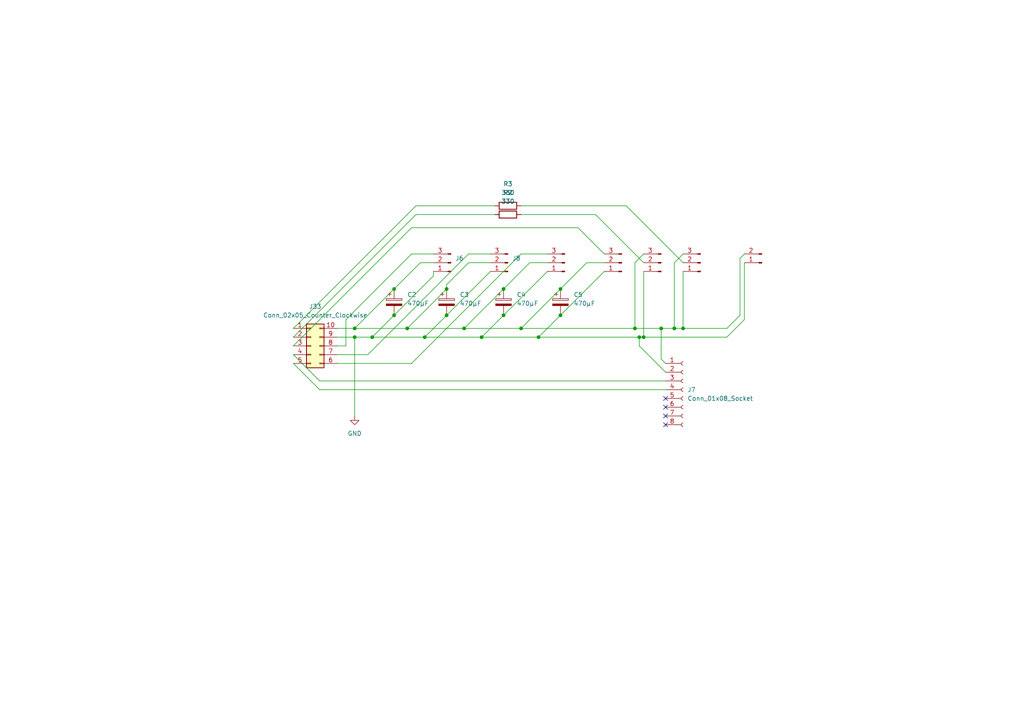
<source format=kicad_sch>
(kicad_sch
	(version 20250114)
	(generator "eeschema")
	(generator_version "9.0")
	(uuid "4f76381e-053c-42bd-8d6e-3b0d62ab5d58")
	(paper "A4")
	(lib_symbols
		(symbol "Connector:Conn_01x02_Pin"
			(pin_names
				(offset 1.016)
				(hide yes)
			)
			(exclude_from_sim no)
			(in_bom yes)
			(on_board yes)
			(property "Reference" "J"
				(at 0 2.54 0)
				(effects
					(font
						(size 1.27 1.27)
					)
				)
			)
			(property "Value" "Conn_01x02_Pin"
				(at 0 -5.08 0)
				(effects
					(font
						(size 1.27 1.27)
					)
				)
			)
			(property "Footprint" ""
				(at 0 0 0)
				(effects
					(font
						(size 1.27 1.27)
					)
					(hide yes)
				)
			)
			(property "Datasheet" "~"
				(at 0 0 0)
				(effects
					(font
						(size 1.27 1.27)
					)
					(hide yes)
				)
			)
			(property "Description" "Generic connector, single row, 01x02, script generated"
				(at 0 0 0)
				(effects
					(font
						(size 1.27 1.27)
					)
					(hide yes)
				)
			)
			(property "ki_locked" ""
				(at 0 0 0)
				(effects
					(font
						(size 1.27 1.27)
					)
				)
			)
			(property "ki_keywords" "connector"
				(at 0 0 0)
				(effects
					(font
						(size 1.27 1.27)
					)
					(hide yes)
				)
			)
			(property "ki_fp_filters" "Connector*:*_1x??_*"
				(at 0 0 0)
				(effects
					(font
						(size 1.27 1.27)
					)
					(hide yes)
				)
			)
			(symbol "Conn_01x02_Pin_1_1"
				(rectangle
					(start 0.8636 0.127)
					(end 0 -0.127)
					(stroke
						(width 0.1524)
						(type default)
					)
					(fill
						(type outline)
					)
				)
				(rectangle
					(start 0.8636 -2.413)
					(end 0 -2.667)
					(stroke
						(width 0.1524)
						(type default)
					)
					(fill
						(type outline)
					)
				)
				(polyline
					(pts
						(xy 1.27 0) (xy 0.8636 0)
					)
					(stroke
						(width 0.1524)
						(type default)
					)
					(fill
						(type none)
					)
				)
				(polyline
					(pts
						(xy 1.27 -2.54) (xy 0.8636 -2.54)
					)
					(stroke
						(width 0.1524)
						(type default)
					)
					(fill
						(type none)
					)
				)
				(pin passive line
					(at 5.08 0 180)
					(length 3.81)
					(name "Pin_1"
						(effects
							(font
								(size 1.27 1.27)
							)
						)
					)
					(number "1"
						(effects
							(font
								(size 1.27 1.27)
							)
						)
					)
				)
				(pin passive line
					(at 5.08 -2.54 180)
					(length 3.81)
					(name "Pin_2"
						(effects
							(font
								(size 1.27 1.27)
							)
						)
					)
					(number "2"
						(effects
							(font
								(size 1.27 1.27)
							)
						)
					)
				)
			)
			(embedded_fonts no)
		)
		(symbol "Connector:Conn_01x03_Pin"
			(pin_names
				(offset 1.016)
				(hide yes)
			)
			(exclude_from_sim no)
			(in_bom yes)
			(on_board yes)
			(property "Reference" "J"
				(at 0 5.08 0)
				(effects
					(font
						(size 1.27 1.27)
					)
				)
			)
			(property "Value" "Conn_01x03_Pin"
				(at 0 -5.08 0)
				(effects
					(font
						(size 1.27 1.27)
					)
				)
			)
			(property "Footprint" ""
				(at 0 0 0)
				(effects
					(font
						(size 1.27 1.27)
					)
					(hide yes)
				)
			)
			(property "Datasheet" "~"
				(at 0 0 0)
				(effects
					(font
						(size 1.27 1.27)
					)
					(hide yes)
				)
			)
			(property "Description" "Generic connector, single row, 01x03, script generated"
				(at 0 0 0)
				(effects
					(font
						(size 1.27 1.27)
					)
					(hide yes)
				)
			)
			(property "ki_locked" ""
				(at 0 0 0)
				(effects
					(font
						(size 1.27 1.27)
					)
				)
			)
			(property "ki_keywords" "connector"
				(at 0 0 0)
				(effects
					(font
						(size 1.27 1.27)
					)
					(hide yes)
				)
			)
			(property "ki_fp_filters" "Connector*:*_1x??_*"
				(at 0 0 0)
				(effects
					(font
						(size 1.27 1.27)
					)
					(hide yes)
				)
			)
			(symbol "Conn_01x03_Pin_1_1"
				(rectangle
					(start 0.8636 2.667)
					(end 0 2.413)
					(stroke
						(width 0.1524)
						(type default)
					)
					(fill
						(type outline)
					)
				)
				(rectangle
					(start 0.8636 0.127)
					(end 0 -0.127)
					(stroke
						(width 0.1524)
						(type default)
					)
					(fill
						(type outline)
					)
				)
				(rectangle
					(start 0.8636 -2.413)
					(end 0 -2.667)
					(stroke
						(width 0.1524)
						(type default)
					)
					(fill
						(type outline)
					)
				)
				(polyline
					(pts
						(xy 1.27 2.54) (xy 0.8636 2.54)
					)
					(stroke
						(width 0.1524)
						(type default)
					)
					(fill
						(type none)
					)
				)
				(polyline
					(pts
						(xy 1.27 0) (xy 0.8636 0)
					)
					(stroke
						(width 0.1524)
						(type default)
					)
					(fill
						(type none)
					)
				)
				(polyline
					(pts
						(xy 1.27 -2.54) (xy 0.8636 -2.54)
					)
					(stroke
						(width 0.1524)
						(type default)
					)
					(fill
						(type none)
					)
				)
				(pin passive line
					(at 5.08 2.54 180)
					(length 3.81)
					(name "Pin_1"
						(effects
							(font
								(size 1.27 1.27)
							)
						)
					)
					(number "1"
						(effects
							(font
								(size 1.27 1.27)
							)
						)
					)
				)
				(pin passive line
					(at 5.08 0 180)
					(length 3.81)
					(name "Pin_2"
						(effects
							(font
								(size 1.27 1.27)
							)
						)
					)
					(number "2"
						(effects
							(font
								(size 1.27 1.27)
							)
						)
					)
				)
				(pin passive line
					(at 5.08 -2.54 180)
					(length 3.81)
					(name "Pin_3"
						(effects
							(font
								(size 1.27 1.27)
							)
						)
					)
					(number "3"
						(effects
							(font
								(size 1.27 1.27)
							)
						)
					)
				)
			)
			(embedded_fonts no)
		)
		(symbol "Connector:Conn_01x08_Socket"
			(pin_names
				(offset 1.016)
				(hide yes)
			)
			(exclude_from_sim no)
			(in_bom yes)
			(on_board yes)
			(property "Reference" "J"
				(at 0 10.16 0)
				(effects
					(font
						(size 1.27 1.27)
					)
				)
			)
			(property "Value" "Conn_01x08_Socket"
				(at 0 -12.7 0)
				(effects
					(font
						(size 1.27 1.27)
					)
				)
			)
			(property "Footprint" ""
				(at 0 0 0)
				(effects
					(font
						(size 1.27 1.27)
					)
					(hide yes)
				)
			)
			(property "Datasheet" "~"
				(at 0 0 0)
				(effects
					(font
						(size 1.27 1.27)
					)
					(hide yes)
				)
			)
			(property "Description" "Generic connector, single row, 01x08, script generated"
				(at 0 0 0)
				(effects
					(font
						(size 1.27 1.27)
					)
					(hide yes)
				)
			)
			(property "ki_locked" ""
				(at 0 0 0)
				(effects
					(font
						(size 1.27 1.27)
					)
				)
			)
			(property "ki_keywords" "connector"
				(at 0 0 0)
				(effects
					(font
						(size 1.27 1.27)
					)
					(hide yes)
				)
			)
			(property "ki_fp_filters" "Connector*:*_1x??_*"
				(at 0 0 0)
				(effects
					(font
						(size 1.27 1.27)
					)
					(hide yes)
				)
			)
			(symbol "Conn_01x08_Socket_1_1"
				(polyline
					(pts
						(xy -1.27 7.62) (xy -0.508 7.62)
					)
					(stroke
						(width 0.1524)
						(type default)
					)
					(fill
						(type none)
					)
				)
				(polyline
					(pts
						(xy -1.27 5.08) (xy -0.508 5.08)
					)
					(stroke
						(width 0.1524)
						(type default)
					)
					(fill
						(type none)
					)
				)
				(polyline
					(pts
						(xy -1.27 2.54) (xy -0.508 2.54)
					)
					(stroke
						(width 0.1524)
						(type default)
					)
					(fill
						(type none)
					)
				)
				(polyline
					(pts
						(xy -1.27 0) (xy -0.508 0)
					)
					(stroke
						(width 0.1524)
						(type default)
					)
					(fill
						(type none)
					)
				)
				(polyline
					(pts
						(xy -1.27 -2.54) (xy -0.508 -2.54)
					)
					(stroke
						(width 0.1524)
						(type default)
					)
					(fill
						(type none)
					)
				)
				(polyline
					(pts
						(xy -1.27 -5.08) (xy -0.508 -5.08)
					)
					(stroke
						(width 0.1524)
						(type default)
					)
					(fill
						(type none)
					)
				)
				(polyline
					(pts
						(xy -1.27 -7.62) (xy -0.508 -7.62)
					)
					(stroke
						(width 0.1524)
						(type default)
					)
					(fill
						(type none)
					)
				)
				(polyline
					(pts
						(xy -1.27 -10.16) (xy -0.508 -10.16)
					)
					(stroke
						(width 0.1524)
						(type default)
					)
					(fill
						(type none)
					)
				)
				(arc
					(start 0 7.112)
					(mid -0.5058 7.62)
					(end 0 8.128)
					(stroke
						(width 0.1524)
						(type default)
					)
					(fill
						(type none)
					)
				)
				(arc
					(start 0 4.572)
					(mid -0.5058 5.08)
					(end 0 5.588)
					(stroke
						(width 0.1524)
						(type default)
					)
					(fill
						(type none)
					)
				)
				(arc
					(start 0 2.032)
					(mid -0.5058 2.54)
					(end 0 3.048)
					(stroke
						(width 0.1524)
						(type default)
					)
					(fill
						(type none)
					)
				)
				(arc
					(start 0 -0.508)
					(mid -0.5058 0)
					(end 0 0.508)
					(stroke
						(width 0.1524)
						(type default)
					)
					(fill
						(type none)
					)
				)
				(arc
					(start 0 -3.048)
					(mid -0.5058 -2.54)
					(end 0 -2.032)
					(stroke
						(width 0.1524)
						(type default)
					)
					(fill
						(type none)
					)
				)
				(arc
					(start 0 -5.588)
					(mid -0.5058 -5.08)
					(end 0 -4.572)
					(stroke
						(width 0.1524)
						(type default)
					)
					(fill
						(type none)
					)
				)
				(arc
					(start 0 -8.128)
					(mid -0.5058 -7.62)
					(end 0 -7.112)
					(stroke
						(width 0.1524)
						(type default)
					)
					(fill
						(type none)
					)
				)
				(arc
					(start 0 -10.668)
					(mid -0.5058 -10.16)
					(end 0 -9.652)
					(stroke
						(width 0.1524)
						(type default)
					)
					(fill
						(type none)
					)
				)
				(pin passive line
					(at -5.08 7.62 0)
					(length 3.81)
					(name "Pin_1"
						(effects
							(font
								(size 1.27 1.27)
							)
						)
					)
					(number "1"
						(effects
							(font
								(size 1.27 1.27)
							)
						)
					)
				)
				(pin passive line
					(at -5.08 5.08 0)
					(length 3.81)
					(name "Pin_2"
						(effects
							(font
								(size 1.27 1.27)
							)
						)
					)
					(number "2"
						(effects
							(font
								(size 1.27 1.27)
							)
						)
					)
				)
				(pin passive line
					(at -5.08 2.54 0)
					(length 3.81)
					(name "Pin_3"
						(effects
							(font
								(size 1.27 1.27)
							)
						)
					)
					(number "3"
						(effects
							(font
								(size 1.27 1.27)
							)
						)
					)
				)
				(pin passive line
					(at -5.08 0 0)
					(length 3.81)
					(name "Pin_4"
						(effects
							(font
								(size 1.27 1.27)
							)
						)
					)
					(number "4"
						(effects
							(font
								(size 1.27 1.27)
							)
						)
					)
				)
				(pin passive line
					(at -5.08 -2.54 0)
					(length 3.81)
					(name "Pin_5"
						(effects
							(font
								(size 1.27 1.27)
							)
						)
					)
					(number "5"
						(effects
							(font
								(size 1.27 1.27)
							)
						)
					)
				)
				(pin passive line
					(at -5.08 -5.08 0)
					(length 3.81)
					(name "Pin_6"
						(effects
							(font
								(size 1.27 1.27)
							)
						)
					)
					(number "6"
						(effects
							(font
								(size 1.27 1.27)
							)
						)
					)
				)
				(pin passive line
					(at -5.08 -7.62 0)
					(length 3.81)
					(name "Pin_7"
						(effects
							(font
								(size 1.27 1.27)
							)
						)
					)
					(number "7"
						(effects
							(font
								(size 1.27 1.27)
							)
						)
					)
				)
				(pin passive line
					(at -5.08 -10.16 0)
					(length 3.81)
					(name "Pin_8"
						(effects
							(font
								(size 1.27 1.27)
							)
						)
					)
					(number "8"
						(effects
							(font
								(size 1.27 1.27)
							)
						)
					)
				)
			)
			(embedded_fonts no)
		)
		(symbol "Connector_Generic:Conn_02x05_Counter_Clockwise"
			(pin_names
				(offset 1.016)
				(hide yes)
			)
			(exclude_from_sim no)
			(in_bom yes)
			(on_board yes)
			(property "Reference" "J"
				(at 1.27 7.62 0)
				(effects
					(font
						(size 1.27 1.27)
					)
				)
			)
			(property "Value" "Conn_02x05_Counter_Clockwise"
				(at 1.27 -7.62 0)
				(effects
					(font
						(size 1.27 1.27)
					)
				)
			)
			(property "Footprint" ""
				(at 0 0 0)
				(effects
					(font
						(size 1.27 1.27)
					)
					(hide yes)
				)
			)
			(property "Datasheet" "~"
				(at 0 0 0)
				(effects
					(font
						(size 1.27 1.27)
					)
					(hide yes)
				)
			)
			(property "Description" "Generic connector, double row, 02x05, counter clockwise pin numbering scheme (similar to DIP package numbering), script generated (kicad-library-utils/schlib/autogen/connector/)"
				(at 0 0 0)
				(effects
					(font
						(size 1.27 1.27)
					)
					(hide yes)
				)
			)
			(property "ki_keywords" "connector"
				(at 0 0 0)
				(effects
					(font
						(size 1.27 1.27)
					)
					(hide yes)
				)
			)
			(property "ki_fp_filters" "Connector*:*_2x??_*"
				(at 0 0 0)
				(effects
					(font
						(size 1.27 1.27)
					)
					(hide yes)
				)
			)
			(symbol "Conn_02x05_Counter_Clockwise_1_1"
				(rectangle
					(start -1.27 6.35)
					(end 3.81 -6.35)
					(stroke
						(width 0.254)
						(type default)
					)
					(fill
						(type background)
					)
				)
				(rectangle
					(start -1.27 5.207)
					(end 0 4.953)
					(stroke
						(width 0.1524)
						(type default)
					)
					(fill
						(type none)
					)
				)
				(rectangle
					(start -1.27 2.667)
					(end 0 2.413)
					(stroke
						(width 0.1524)
						(type default)
					)
					(fill
						(type none)
					)
				)
				(rectangle
					(start -1.27 0.127)
					(end 0 -0.127)
					(stroke
						(width 0.1524)
						(type default)
					)
					(fill
						(type none)
					)
				)
				(rectangle
					(start -1.27 -2.413)
					(end 0 -2.667)
					(stroke
						(width 0.1524)
						(type default)
					)
					(fill
						(type none)
					)
				)
				(rectangle
					(start -1.27 -4.953)
					(end 0 -5.207)
					(stroke
						(width 0.1524)
						(type default)
					)
					(fill
						(type none)
					)
				)
				(rectangle
					(start 3.81 5.207)
					(end 2.54 4.953)
					(stroke
						(width 0.1524)
						(type default)
					)
					(fill
						(type none)
					)
				)
				(rectangle
					(start 3.81 2.667)
					(end 2.54 2.413)
					(stroke
						(width 0.1524)
						(type default)
					)
					(fill
						(type none)
					)
				)
				(rectangle
					(start 3.81 0.127)
					(end 2.54 -0.127)
					(stroke
						(width 0.1524)
						(type default)
					)
					(fill
						(type none)
					)
				)
				(rectangle
					(start 3.81 -2.413)
					(end 2.54 -2.667)
					(stroke
						(width 0.1524)
						(type default)
					)
					(fill
						(type none)
					)
				)
				(rectangle
					(start 3.81 -4.953)
					(end 2.54 -5.207)
					(stroke
						(width 0.1524)
						(type default)
					)
					(fill
						(type none)
					)
				)
				(pin passive line
					(at -5.08 5.08 0)
					(length 3.81)
					(name "Pin_1"
						(effects
							(font
								(size 1.27 1.27)
							)
						)
					)
					(number "1"
						(effects
							(font
								(size 1.27 1.27)
							)
						)
					)
				)
				(pin passive line
					(at -5.08 2.54 0)
					(length 3.81)
					(name "Pin_2"
						(effects
							(font
								(size 1.27 1.27)
							)
						)
					)
					(number "2"
						(effects
							(font
								(size 1.27 1.27)
							)
						)
					)
				)
				(pin passive line
					(at -5.08 0 0)
					(length 3.81)
					(name "Pin_3"
						(effects
							(font
								(size 1.27 1.27)
							)
						)
					)
					(number "3"
						(effects
							(font
								(size 1.27 1.27)
							)
						)
					)
				)
				(pin passive line
					(at -5.08 -2.54 0)
					(length 3.81)
					(name "Pin_4"
						(effects
							(font
								(size 1.27 1.27)
							)
						)
					)
					(number "4"
						(effects
							(font
								(size 1.27 1.27)
							)
						)
					)
				)
				(pin passive line
					(at -5.08 -5.08 0)
					(length 3.81)
					(name "Pin_5"
						(effects
							(font
								(size 1.27 1.27)
							)
						)
					)
					(number "5"
						(effects
							(font
								(size 1.27 1.27)
							)
						)
					)
				)
				(pin passive line
					(at 7.62 5.08 180)
					(length 3.81)
					(name "Pin_10"
						(effects
							(font
								(size 1.27 1.27)
							)
						)
					)
					(number "10"
						(effects
							(font
								(size 1.27 1.27)
							)
						)
					)
				)
				(pin passive line
					(at 7.62 2.54 180)
					(length 3.81)
					(name "Pin_9"
						(effects
							(font
								(size 1.27 1.27)
							)
						)
					)
					(number "9"
						(effects
							(font
								(size 1.27 1.27)
							)
						)
					)
				)
				(pin passive line
					(at 7.62 0 180)
					(length 3.81)
					(name "Pin_8"
						(effects
							(font
								(size 1.27 1.27)
							)
						)
					)
					(number "8"
						(effects
							(font
								(size 1.27 1.27)
							)
						)
					)
				)
				(pin passive line
					(at 7.62 -2.54 180)
					(length 3.81)
					(name "Pin_7"
						(effects
							(font
								(size 1.27 1.27)
							)
						)
					)
					(number "7"
						(effects
							(font
								(size 1.27 1.27)
							)
						)
					)
				)
				(pin passive line
					(at 7.62 -5.08 180)
					(length 3.81)
					(name "Pin_6"
						(effects
							(font
								(size 1.27 1.27)
							)
						)
					)
					(number "6"
						(effects
							(font
								(size 1.27 1.27)
							)
						)
					)
				)
			)
			(embedded_fonts no)
		)
		(symbol "Device:C_Polarized"
			(pin_numbers
				(hide yes)
			)
			(pin_names
				(offset 0.254)
			)
			(exclude_from_sim no)
			(in_bom yes)
			(on_board yes)
			(property "Reference" "C"
				(at 0.635 2.54 0)
				(effects
					(font
						(size 1.27 1.27)
					)
					(justify left)
				)
			)
			(property "Value" "C_Polarized"
				(at 0.635 -2.54 0)
				(effects
					(font
						(size 1.27 1.27)
					)
					(justify left)
				)
			)
			(property "Footprint" ""
				(at 0.9652 -3.81 0)
				(effects
					(font
						(size 1.27 1.27)
					)
					(hide yes)
				)
			)
			(property "Datasheet" "~"
				(at 0 0 0)
				(effects
					(font
						(size 1.27 1.27)
					)
					(hide yes)
				)
			)
			(property "Description" "Polarized capacitor"
				(at 0 0 0)
				(effects
					(font
						(size 1.27 1.27)
					)
					(hide yes)
				)
			)
			(property "ki_keywords" "cap capacitor"
				(at 0 0 0)
				(effects
					(font
						(size 1.27 1.27)
					)
					(hide yes)
				)
			)
			(property "ki_fp_filters" "CP_*"
				(at 0 0 0)
				(effects
					(font
						(size 1.27 1.27)
					)
					(hide yes)
				)
			)
			(symbol "C_Polarized_0_1"
				(rectangle
					(start -2.286 0.508)
					(end 2.286 1.016)
					(stroke
						(width 0)
						(type default)
					)
					(fill
						(type none)
					)
				)
				(polyline
					(pts
						(xy -1.778 2.286) (xy -0.762 2.286)
					)
					(stroke
						(width 0)
						(type default)
					)
					(fill
						(type none)
					)
				)
				(polyline
					(pts
						(xy -1.27 2.794) (xy -1.27 1.778)
					)
					(stroke
						(width 0)
						(type default)
					)
					(fill
						(type none)
					)
				)
				(rectangle
					(start 2.286 -0.508)
					(end -2.286 -1.016)
					(stroke
						(width 0)
						(type default)
					)
					(fill
						(type outline)
					)
				)
			)
			(symbol "C_Polarized_1_1"
				(pin passive line
					(at 0 3.81 270)
					(length 2.794)
					(name "~"
						(effects
							(font
								(size 1.27 1.27)
							)
						)
					)
					(number "1"
						(effects
							(font
								(size 1.27 1.27)
							)
						)
					)
				)
				(pin passive line
					(at 0 -3.81 90)
					(length 2.794)
					(name "~"
						(effects
							(font
								(size 1.27 1.27)
							)
						)
					)
					(number "2"
						(effects
							(font
								(size 1.27 1.27)
							)
						)
					)
				)
			)
			(embedded_fonts no)
		)
		(symbol "Device:R"
			(pin_numbers
				(hide yes)
			)
			(pin_names
				(offset 0)
			)
			(exclude_from_sim no)
			(in_bom yes)
			(on_board yes)
			(property "Reference" "R"
				(at 2.032 0 90)
				(effects
					(font
						(size 1.27 1.27)
					)
				)
			)
			(property "Value" "R"
				(at 0 0 90)
				(effects
					(font
						(size 1.27 1.27)
					)
				)
			)
			(property "Footprint" ""
				(at -1.778 0 90)
				(effects
					(font
						(size 1.27 1.27)
					)
					(hide yes)
				)
			)
			(property "Datasheet" "~"
				(at 0 0 0)
				(effects
					(font
						(size 1.27 1.27)
					)
					(hide yes)
				)
			)
			(property "Description" "Resistor"
				(at 0 0 0)
				(effects
					(font
						(size 1.27 1.27)
					)
					(hide yes)
				)
			)
			(property "ki_keywords" "R res resistor"
				(at 0 0 0)
				(effects
					(font
						(size 1.27 1.27)
					)
					(hide yes)
				)
			)
			(property "ki_fp_filters" "R_*"
				(at 0 0 0)
				(effects
					(font
						(size 1.27 1.27)
					)
					(hide yes)
				)
			)
			(symbol "R_0_1"
				(rectangle
					(start -1.016 -2.54)
					(end 1.016 2.54)
					(stroke
						(width 0.254)
						(type default)
					)
					(fill
						(type none)
					)
				)
			)
			(symbol "R_1_1"
				(pin passive line
					(at 0 3.81 270)
					(length 1.27)
					(name "~"
						(effects
							(font
								(size 1.27 1.27)
							)
						)
					)
					(number "1"
						(effects
							(font
								(size 1.27 1.27)
							)
						)
					)
				)
				(pin passive line
					(at 0 -3.81 90)
					(length 1.27)
					(name "~"
						(effects
							(font
								(size 1.27 1.27)
							)
						)
					)
					(number "2"
						(effects
							(font
								(size 1.27 1.27)
							)
						)
					)
				)
			)
			(embedded_fonts no)
		)
		(symbol "power:GND"
			(power)
			(pin_numbers
				(hide yes)
			)
			(pin_names
				(offset 0)
				(hide yes)
			)
			(exclude_from_sim no)
			(in_bom yes)
			(on_board yes)
			(property "Reference" "#PWR"
				(at 0 -6.35 0)
				(effects
					(font
						(size 1.27 1.27)
					)
					(hide yes)
				)
			)
			(property "Value" "GND"
				(at 0 -3.81 0)
				(effects
					(font
						(size 1.27 1.27)
					)
				)
			)
			(property "Footprint" ""
				(at 0 0 0)
				(effects
					(font
						(size 1.27 1.27)
					)
					(hide yes)
				)
			)
			(property "Datasheet" ""
				(at 0 0 0)
				(effects
					(font
						(size 1.27 1.27)
					)
					(hide yes)
				)
			)
			(property "Description" "Power symbol creates a global label with name \"GND\" , ground"
				(at 0 0 0)
				(effects
					(font
						(size 1.27 1.27)
					)
					(hide yes)
				)
			)
			(property "ki_keywords" "global power"
				(at 0 0 0)
				(effects
					(font
						(size 1.27 1.27)
					)
					(hide yes)
				)
			)
			(symbol "GND_0_1"
				(polyline
					(pts
						(xy 0 0) (xy 0 -1.27) (xy 1.27 -1.27) (xy 0 -2.54) (xy -1.27 -1.27) (xy 0 -1.27)
					)
					(stroke
						(width 0)
						(type default)
					)
					(fill
						(type none)
					)
				)
			)
			(symbol "GND_1_1"
				(pin power_in line
					(at 0 0 270)
					(length 0)
					(name "~"
						(effects
							(font
								(size 1.27 1.27)
							)
						)
					)
					(number "1"
						(effects
							(font
								(size 1.27 1.27)
							)
						)
					)
				)
			)
			(embedded_fonts no)
		)
	)
	(junction
		(at 129.54 83.82)
		(diameter 0)
		(color 0 0 0 0)
		(uuid "134d9607-93dd-4391-a8ef-502f03381452")
	)
	(junction
		(at 151.13 95.25)
		(diameter 0)
		(color 0 0 0 0)
		(uuid "1660fa4d-c651-4243-9ffb-81421697de49")
	)
	(junction
		(at 195.58 95.25)
		(diameter 0)
		(color 0 0 0 0)
		(uuid "254515b8-4ee5-4234-9013-d75b5fad85a4")
	)
	(junction
		(at 118.11 95.25)
		(diameter 0)
		(color 0 0 0 0)
		(uuid "28a4c5fb-81f5-4bbf-b79e-912688e44456")
	)
	(junction
		(at 185.42 97.79)
		(diameter 0)
		(color 0 0 0 0)
		(uuid "33db340d-453e-4744-b778-5d65c3806ba2")
	)
	(junction
		(at 129.54 91.44)
		(diameter 0)
		(color 0 0 0 0)
		(uuid "466d828e-781f-434d-8bb1-c1b21475abe2")
	)
	(junction
		(at 107.95 97.79)
		(diameter 0)
		(color 0 0 0 0)
		(uuid "4ec77ff7-5106-4187-bcbe-82b4cfed7c58")
	)
	(junction
		(at 162.56 83.82)
		(diameter 0)
		(color 0 0 0 0)
		(uuid "4f84b824-c9c1-4810-bf29-9430912890c8")
	)
	(junction
		(at 162.56 91.44)
		(diameter 0)
		(color 0 0 0 0)
		(uuid "5e17acd0-4567-414e-aa82-b7f93e512827")
	)
	(junction
		(at 102.87 95.25)
		(diameter 0)
		(color 0 0 0 0)
		(uuid "660ca6e0-7464-448d-bbe1-bd2fc5b029df")
	)
	(junction
		(at 139.7 97.79)
		(diameter 0)
		(color 0 0 0 0)
		(uuid "6c6de6c5-1b6d-4def-9b06-f6b8987811f7")
	)
	(junction
		(at 123.19 97.79)
		(diameter 0)
		(color 0 0 0 0)
		(uuid "6fba1a97-a3d1-422c-a4f3-944578236d61")
	)
	(junction
		(at 191.77 95.25)
		(diameter 0)
		(color 0 0 0 0)
		(uuid "72c28175-a365-4b5e-8388-93edd4bda14d")
	)
	(junction
		(at 114.3 83.82)
		(diameter 0)
		(color 0 0 0 0)
		(uuid "7f3323f6-2c03-4a83-b68a-d4620545f41f")
	)
	(junction
		(at 134.62 95.25)
		(diameter 0)
		(color 0 0 0 0)
		(uuid "871b1797-d409-4bc9-88c8-5f875715fe29")
	)
	(junction
		(at 146.05 91.44)
		(diameter 0)
		(color 0 0 0 0)
		(uuid "8c02cb70-b588-40d9-b532-a7a75db4595b")
	)
	(junction
		(at 184.15 95.25)
		(diameter 0)
		(color 0 0 0 0)
		(uuid "8ce797f8-58c6-41e8-be83-dae8ba5c62ef")
	)
	(junction
		(at 102.87 97.79)
		(diameter 0)
		(color 0 0 0 0)
		(uuid "95109517-3789-4b79-856b-938923db424a")
	)
	(junction
		(at 198.12 95.25)
		(diameter 0)
		(color 0 0 0 0)
		(uuid "9f423e6f-bdc8-4680-ae30-7db54e2af94f")
	)
	(junction
		(at 114.3 91.44)
		(diameter 0)
		(color 0 0 0 0)
		(uuid "b1da5cf0-2619-4535-955e-fba869cce3da")
	)
	(junction
		(at 156.21 97.79)
		(diameter 0)
		(color 0 0 0 0)
		(uuid "f2c6c7ac-e72c-4bc8-96d9-e0a6920f0e8c")
	)
	(junction
		(at 146.05 83.82)
		(diameter 0)
		(color 0 0 0 0)
		(uuid "f6987594-a52a-4021-a216-246ec0031e15")
	)
	(junction
		(at 186.69 97.79)
		(diameter 0)
		(color 0 0 0 0)
		(uuid "faf7c25a-029e-45d3-8e88-2f938dd137d0")
	)
	(no_connect
		(at 193.04 123.19)
		(uuid "3669f8a0-787f-4055-b3f6-1a9d1c8e0e4f")
	)
	(no_connect
		(at 193.04 120.65)
		(uuid "92386b6a-cf04-4ade-b0cc-eae2144a2d13")
	)
	(no_connect
		(at 193.04 118.11)
		(uuid "c781e8c0-4744-4d6d-95af-1e390baa0318")
	)
	(no_connect
		(at 193.04 115.57)
		(uuid "e6353eec-baf7-4cdf-8d76-6fdbe3d8da3a")
	)
	(wire
		(pts
			(xy 175.26 78.74) (xy 162.56 91.44)
		)
		(stroke
			(width 0)
			(type default)
		)
		(uuid "003105ac-9723-4eb3-9a21-b7c7668e97b3")
	)
	(wire
		(pts
			(xy 139.7 97.79) (xy 156.21 97.79)
		)
		(stroke
			(width 0)
			(type default)
		)
		(uuid "01afd12e-47ea-49e4-b250-57dc80d66afd")
	)
	(wire
		(pts
			(xy 120.65 59.69) (xy 143.51 59.69)
		)
		(stroke
			(width 0)
			(type default)
		)
		(uuid "0213cceb-73a2-4739-900d-d00d5fe4f74b")
	)
	(wire
		(pts
			(xy 215.9 76.2) (xy 215.9 92.71)
		)
		(stroke
			(width 0)
			(type default)
		)
		(uuid "078130ca-59f9-456b-8776-a69e7e710ff6")
	)
	(wire
		(pts
			(xy 158.75 78.74) (xy 146.05 91.44)
		)
		(stroke
			(width 0)
			(type default)
		)
		(uuid "0d410a0b-a167-45c2-93d5-e2378914e749")
	)
	(wire
		(pts
			(xy 162.56 83.82) (xy 170.18 76.2)
		)
		(stroke
			(width 0)
			(type default)
		)
		(uuid "0e848566-a8ec-452d-902b-5dacd1c6c79c")
	)
	(wire
		(pts
			(xy 125.73 78.74) (xy 125.73 80.01)
		)
		(stroke
			(width 0)
			(type default)
		)
		(uuid "17798e7a-8947-4b15-b341-aa791400625e")
	)
	(wire
		(pts
			(xy 120.65 59.69) (xy 85.09 95.25)
		)
		(stroke
			(width 0)
			(type default)
		)
		(uuid "187c78c8-7861-4d1e-bb5e-6866c6253e6e")
	)
	(wire
		(pts
			(xy 162.56 91.44) (xy 156.21 97.79)
		)
		(stroke
			(width 0)
			(type default)
		)
		(uuid "18a7c595-e14c-4936-8946-b865e8e70754")
	)
	(wire
		(pts
			(xy 185.42 97.79) (xy 185.42 100.33)
		)
		(stroke
			(width 0)
			(type default)
		)
		(uuid "1b7839cd-d46c-47d8-a5e9-883beb9aaff4")
	)
	(wire
		(pts
			(xy 186.69 97.79) (xy 210.82 97.79)
		)
		(stroke
			(width 0)
			(type default)
		)
		(uuid "1b8079f0-81b5-4bac-a2cb-d8c72a46e0d0")
	)
	(wire
		(pts
			(xy 97.79 105.41) (xy 119.38 105.41)
		)
		(stroke
			(width 0)
			(type default)
		)
		(uuid "1ebfb61f-55ea-413d-a708-6735571398d6")
	)
	(wire
		(pts
			(xy 151.13 95.25) (xy 184.15 95.25)
		)
		(stroke
			(width 0)
			(type default)
		)
		(uuid "1f5c4efc-f1e9-439e-aa0d-adf857687db0")
	)
	(wire
		(pts
			(xy 118.11 95.25) (xy 129.54 83.82)
		)
		(stroke
			(width 0)
			(type default)
		)
		(uuid "21609da5-1fd5-434f-a24d-4bf59287385b")
	)
	(wire
		(pts
			(xy 198.12 95.25) (xy 210.82 95.25)
		)
		(stroke
			(width 0)
			(type default)
		)
		(uuid "2aeaf3b9-d04d-47b8-9846-400b69ddc7c1")
	)
	(wire
		(pts
			(xy 114.3 83.82) (xy 121.92 76.2)
		)
		(stroke
			(width 0)
			(type default)
		)
		(uuid "31fbe881-16a2-43ef-bd09-945ad4a5465d")
	)
	(wire
		(pts
			(xy 107.95 97.79) (xy 123.19 97.79)
		)
		(stroke
			(width 0)
			(type default)
		)
		(uuid "3348b6ad-3c15-4bd2-a2b5-9629e3cd23ee")
	)
	(wire
		(pts
			(xy 135.89 76.2) (xy 142.24 76.2)
		)
		(stroke
			(width 0)
			(type default)
		)
		(uuid "38da0d3e-027a-423f-b2b6-11332124904f")
	)
	(wire
		(pts
			(xy 134.62 95.25) (xy 151.13 95.25)
		)
		(stroke
			(width 0)
			(type default)
		)
		(uuid "3b901f3b-c80f-462f-8c8e-0963cc4d29d2")
	)
	(wire
		(pts
			(xy 125.73 73.66) (xy 119.38 73.66)
		)
		(stroke
			(width 0)
			(type default)
		)
		(uuid "3cb12f35-9fe3-4671-bddb-d95543dc865f")
	)
	(wire
		(pts
			(xy 120.65 62.23) (xy 143.51 62.23)
		)
		(stroke
			(width 0)
			(type default)
		)
		(uuid "3f75db8f-60b2-4c00-802b-fd4773b981e4")
	)
	(wire
		(pts
			(xy 210.82 95.25) (xy 214.63 91.44)
		)
		(stroke
			(width 0)
			(type default)
		)
		(uuid "40986e09-8814-43a9-937e-9aeac7d14852")
	)
	(wire
		(pts
			(xy 129.54 82.55) (xy 135.89 76.2)
		)
		(stroke
			(width 0)
			(type default)
		)
		(uuid "41b6780c-ea31-46cd-83db-842fede48c37")
	)
	(wire
		(pts
			(xy 135.89 73.66) (xy 106.68 102.87)
		)
		(stroke
			(width 0)
			(type default)
		)
		(uuid "4265c9a3-aa9f-4132-862c-d1a294bf571b")
	)
	(wire
		(pts
			(xy 129.54 91.44) (xy 123.19 97.79)
		)
		(stroke
			(width 0)
			(type default)
		)
		(uuid "440deb39-dbd1-47cc-8646-7f4146bc31ee")
	)
	(wire
		(pts
			(xy 121.92 76.2) (xy 125.73 76.2)
		)
		(stroke
			(width 0)
			(type default)
		)
		(uuid "45a0c4fe-2743-465b-8c06-1992f919e57a")
	)
	(wire
		(pts
			(xy 151.13 73.66) (xy 119.38 105.41)
		)
		(stroke
			(width 0)
			(type default)
		)
		(uuid "45c4071b-9e01-4d26-a0bf-baf3f9581d5f")
	)
	(wire
		(pts
			(xy 186.69 78.74) (xy 186.69 97.79)
		)
		(stroke
			(width 0)
			(type default)
		)
		(uuid "4d8f4dee-2d1d-4d19-8875-e96479ae03b2")
	)
	(wire
		(pts
			(xy 92.71 110.49) (xy 85.09 102.87)
		)
		(stroke
			(width 0)
			(type default)
		)
		(uuid "4e310180-0b3c-444a-9269-3342e6b394f3")
	)
	(wire
		(pts
			(xy 120.65 62.23) (xy 85.09 97.79)
		)
		(stroke
			(width 0)
			(type default)
		)
		(uuid "4e85154e-1b1f-46ca-ba11-e45b23f52dbf")
	)
	(wire
		(pts
			(xy 151.13 59.69) (xy 181.61 59.69)
		)
		(stroke
			(width 0)
			(type default)
		)
		(uuid "4f668e75-d703-4f3e-87a4-9e358526fe5f")
	)
	(wire
		(pts
			(xy 119.38 66.04) (xy 167.64 66.04)
		)
		(stroke
			(width 0)
			(type default)
		)
		(uuid "52f2a2c2-4988-47a4-adb0-32cd11d13c20")
	)
	(wire
		(pts
			(xy 210.82 97.79) (xy 215.9 92.71)
		)
		(stroke
			(width 0)
			(type default)
		)
		(uuid "559f9665-2695-4777-af5f-fa704780d8e0")
	)
	(wire
		(pts
			(xy 195.58 95.25) (xy 198.12 95.25)
		)
		(stroke
			(width 0)
			(type default)
		)
		(uuid "5f37dde9-85bf-40d3-a330-f2fa4cc9cd47")
	)
	(wire
		(pts
			(xy 119.38 66.04) (xy 85.09 100.33)
		)
		(stroke
			(width 0)
			(type default)
		)
		(uuid "613c5543-0244-4486-a4db-d07c382b87ba")
	)
	(wire
		(pts
			(xy 119.38 73.66) (xy 100.33 92.71)
		)
		(stroke
			(width 0)
			(type default)
		)
		(uuid "62271bcd-ffb9-42c1-b593-c49710666a25")
	)
	(wire
		(pts
			(xy 153.67 76.2) (xy 158.75 76.2)
		)
		(stroke
			(width 0)
			(type default)
		)
		(uuid "65591ea6-2d68-48c1-9970-90f736944876")
	)
	(wire
		(pts
			(xy 181.61 59.69) (xy 198.12 76.2)
		)
		(stroke
			(width 0)
			(type default)
		)
		(uuid "67031b70-ad59-4bf1-baf7-52f9715ec380")
	)
	(wire
		(pts
			(xy 100.33 92.71) (xy 100.33 100.33)
		)
		(stroke
			(width 0)
			(type default)
		)
		(uuid "6b04bc91-a8d9-487d-a1f5-90c55eb6ca1d")
	)
	(wire
		(pts
			(xy 151.13 62.23) (xy 172.72 62.23)
		)
		(stroke
			(width 0)
			(type default)
		)
		(uuid "6f4747b8-4a74-47f1-b976-e2e8e069742f")
	)
	(wire
		(pts
			(xy 146.05 91.44) (xy 139.7 97.79)
		)
		(stroke
			(width 0)
			(type default)
		)
		(uuid "72ed11cb-55fc-497d-ac38-35135f8a3d68")
	)
	(wire
		(pts
			(xy 102.87 95.25) (xy 118.11 95.25)
		)
		(stroke
			(width 0)
			(type default)
		)
		(uuid "72fbf18e-c321-48f5-b386-92ee7d8fe86d")
	)
	(wire
		(pts
			(xy 97.79 100.33) (xy 100.33 100.33)
		)
		(stroke
			(width 0)
			(type default)
		)
		(uuid "7475d88b-6f91-4a14-b599-851e04b8ad2d")
	)
	(wire
		(pts
			(xy 114.3 91.44) (xy 107.95 97.79)
		)
		(stroke
			(width 0)
			(type default)
		)
		(uuid "76a06129-d2d2-4029-ac1f-e3b4ae55f218")
	)
	(wire
		(pts
			(xy 170.18 76.2) (xy 175.26 76.2)
		)
		(stroke
			(width 0)
			(type default)
		)
		(uuid "77ca97ae-5298-43c0-8842-bcff901e721b")
	)
	(wire
		(pts
			(xy 134.62 95.25) (xy 146.05 83.82)
		)
		(stroke
			(width 0)
			(type default)
		)
		(uuid "7ce0e114-0293-4ffb-9e8c-8feaf8d63bf3")
	)
	(wire
		(pts
			(xy 97.79 102.87) (xy 106.68 102.87)
		)
		(stroke
			(width 0)
			(type default)
		)
		(uuid "7dbdf0c3-5c3b-46c8-a43c-8741f1f0971e")
	)
	(wire
		(pts
			(xy 142.24 73.66) (xy 135.89 73.66)
		)
		(stroke
			(width 0)
			(type default)
		)
		(uuid "7dc20695-bf29-4abc-aa03-2b06abd659dd")
	)
	(wire
		(pts
			(xy 184.15 76.2) (xy 184.15 95.25)
		)
		(stroke
			(width 0)
			(type default)
		)
		(uuid "82f84c5f-6569-41f0-9a39-f5fc3abe9dfa")
	)
	(wire
		(pts
			(xy 142.24 78.74) (xy 129.54 91.44)
		)
		(stroke
			(width 0)
			(type default)
		)
		(uuid "8376b19a-c46e-4822-ae8f-17b416966cef")
	)
	(wire
		(pts
			(xy 97.79 95.25) (xy 102.87 95.25)
		)
		(stroke
			(width 0)
			(type default)
		)
		(uuid "889705c3-b654-4bf3-a581-83a19887134e")
	)
	(wire
		(pts
			(xy 129.54 83.82) (xy 129.54 82.55)
		)
		(stroke
			(width 0)
			(type default)
		)
		(uuid "8ad4e73d-ca07-482e-a8c8-63118f9b2160")
	)
	(wire
		(pts
			(xy 193.04 113.03) (xy 92.71 113.03)
		)
		(stroke
			(width 0)
			(type default)
		)
		(uuid "a168c3b7-6285-4c4a-80b8-ee9577ffd720")
	)
	(wire
		(pts
			(xy 193.04 110.49) (xy 92.71 110.49)
		)
		(stroke
			(width 0)
			(type default)
		)
		(uuid "a3287357-0f8a-4b4a-8b8f-e28545c27846")
	)
	(wire
		(pts
			(xy 214.63 74.93) (xy 215.9 73.66)
		)
		(stroke
			(width 0)
			(type default)
		)
		(uuid "a6075c03-63c0-43aa-ba7a-bcadd476a90f")
	)
	(wire
		(pts
			(xy 214.63 91.44) (xy 214.63 74.93)
		)
		(stroke
			(width 0)
			(type default)
		)
		(uuid "aafd2ba9-8899-47e9-bee9-c69eda4af5e9")
	)
	(wire
		(pts
			(xy 186.69 73.66) (xy 184.15 76.2)
		)
		(stroke
			(width 0)
			(type default)
		)
		(uuid "ac726caa-a071-4815-be11-5a3f6bbd7627")
	)
	(wire
		(pts
			(xy 185.42 97.79) (xy 186.69 97.79)
		)
		(stroke
			(width 0)
			(type default)
		)
		(uuid "b0e8f724-4d2b-474a-a2e3-a0b032dd79fe")
	)
	(wire
		(pts
			(xy 158.75 73.66) (xy 151.13 73.66)
		)
		(stroke
			(width 0)
			(type default)
		)
		(uuid "b4188073-e00b-4edd-b49b-e935bf314b2b")
	)
	(wire
		(pts
			(xy 114.3 91.44) (xy 125.73 80.01)
		)
		(stroke
			(width 0)
			(type default)
		)
		(uuid "b7ee18df-d8e1-4c68-a62a-eb4692e0069c")
	)
	(wire
		(pts
			(xy 198.12 73.66) (xy 195.58 76.2)
		)
		(stroke
			(width 0)
			(type default)
		)
		(uuid "bd1839bb-2d1b-4560-b2b9-a9ec5f41e877")
	)
	(wire
		(pts
			(xy 191.77 95.25) (xy 195.58 95.25)
		)
		(stroke
			(width 0)
			(type default)
		)
		(uuid "bf434ea9-983a-4dbb-a5ed-a3713b4bbffe")
	)
	(wire
		(pts
			(xy 191.77 95.25) (xy 191.77 104.14)
		)
		(stroke
			(width 0)
			(type default)
		)
		(uuid "c1491fb2-d007-48a5-9443-b23d06ceb459")
	)
	(wire
		(pts
			(xy 195.58 76.2) (xy 195.58 95.25)
		)
		(stroke
			(width 0)
			(type default)
		)
		(uuid "c78398e0-9454-4567-a924-32bb5fa1a8fc")
	)
	(wire
		(pts
			(xy 167.64 66.04) (xy 175.26 73.66)
		)
		(stroke
			(width 0)
			(type default)
		)
		(uuid "c9dc8651-cc0e-4bc6-be0e-65b9318c6caf")
	)
	(wire
		(pts
			(xy 156.21 97.79) (xy 185.42 97.79)
		)
		(stroke
			(width 0)
			(type default)
		)
		(uuid "c9ea7b16-d920-4bac-a33f-59022faa3f62")
	)
	(wire
		(pts
			(xy 185.42 100.33) (xy 193.04 107.95)
		)
		(stroke
			(width 0)
			(type default)
		)
		(uuid "d007f7a0-418e-426f-a25f-0c8fe14329bc")
	)
	(wire
		(pts
			(xy 123.19 97.79) (xy 139.7 97.79)
		)
		(stroke
			(width 0)
			(type default)
		)
		(uuid "d1371c46-e63a-4f9d-bcef-49ebbd376961")
	)
	(wire
		(pts
			(xy 193.04 105.41) (xy 191.77 104.14)
		)
		(stroke
			(width 0)
			(type default)
		)
		(uuid "d32a29fb-df4d-45dc-ae42-db7f1500153e")
	)
	(wire
		(pts
			(xy 102.87 95.25) (xy 114.3 83.82)
		)
		(stroke
			(width 0)
			(type default)
		)
		(uuid "d89b931c-d8cb-4dcd-a986-33655a50394c")
	)
	(wire
		(pts
			(xy 172.72 62.23) (xy 186.69 76.2)
		)
		(stroke
			(width 0)
			(type default)
		)
		(uuid "e3d1e88c-5f90-4b2a-a82e-0c97d7d32066")
	)
	(wire
		(pts
			(xy 146.05 83.82) (xy 153.67 76.2)
		)
		(stroke
			(width 0)
			(type default)
		)
		(uuid "e4de69ec-cf83-438a-8e45-945d944539ff")
	)
	(wire
		(pts
			(xy 184.15 95.25) (xy 191.77 95.25)
		)
		(stroke
			(width 0)
			(type default)
		)
		(uuid "e69c75e3-db13-4ccd-bf7c-6700b4215236")
	)
	(wire
		(pts
			(xy 102.87 97.79) (xy 102.87 120.65)
		)
		(stroke
			(width 0)
			(type default)
		)
		(uuid "e98121ad-12cd-4835-9f5e-c357dd50a1fd")
	)
	(wire
		(pts
			(xy 92.71 113.03) (xy 85.09 105.41)
		)
		(stroke
			(width 0)
			(type default)
		)
		(uuid "ec040b51-2355-4552-849d-dd4c570440e7")
	)
	(wire
		(pts
			(xy 102.87 97.79) (xy 107.95 97.79)
		)
		(stroke
			(width 0)
			(type default)
		)
		(uuid "ec6c56f5-7a48-407d-921e-50b5104b94e2")
	)
	(wire
		(pts
			(xy 198.12 78.74) (xy 198.12 95.25)
		)
		(stroke
			(width 0)
			(type default)
		)
		(uuid "ed5ac8bf-ca33-4680-80a6-8aff238ca7d6")
	)
	(wire
		(pts
			(xy 97.79 97.79) (xy 102.87 97.79)
		)
		(stroke
			(width 0)
			(type default)
		)
		(uuid "f00b63f1-3508-4106-9749-41695f8e89d6")
	)
	(wire
		(pts
			(xy 151.13 95.25) (xy 162.56 83.82)
		)
		(stroke
			(width 0)
			(type default)
		)
		(uuid "f33280c5-ce77-451a-a49b-2e47a3dba2c5")
	)
	(wire
		(pts
			(xy 118.11 95.25) (xy 134.62 95.25)
		)
		(stroke
			(width 0)
			(type default)
		)
		(uuid "ff509b39-410f-44b4-a310-48a92d9be8b2")
	)
	(symbol
		(lib_id "Connector:Conn_01x08_Socket")
		(at 198.12 113.03 0)
		(unit 1)
		(exclude_from_sim no)
		(in_bom yes)
		(on_board yes)
		(dnp no)
		(fields_autoplaced yes)
		(uuid "16346e82-a2b0-4304-ba84-da8154ce171e")
		(property "Reference" "J7"
			(at 199.39 113.0299 0)
			(effects
				(font
					(size 1.27 1.27)
				)
				(justify left)
			)
		)
		(property "Value" "Conn_01x08_Socket"
			(at 199.39 115.5699 0)
			(effects
				(font
					(size 1.27 1.27)
				)
				(justify left)
			)
		)
		(property "Footprint" "Connector_PinSocket_2.54mm:PinSocket_1x08_P2.54mm_Horizontal"
			(at 198.12 113.03 0)
			(effects
				(font
					(size 1.27 1.27)
				)
				(hide yes)
			)
		)
		(property "Datasheet" "~"
			(at 198.12 113.03 0)
			(effects
				(font
					(size 1.27 1.27)
				)
				(hide yes)
			)
		)
		(property "Description" "Generic connector, single row, 01x08, script generated"
			(at 198.12 113.03 0)
			(effects
				(font
					(size 1.27 1.27)
				)
				(hide yes)
			)
		)
		(pin "2"
			(uuid "91ffb135-68f5-43d0-a20d-7ec3432b0202")
		)
		(pin "6"
			(uuid "f9aacfc9-2eb6-4a98-913e-a221c63877a0")
		)
		(pin "1"
			(uuid "819a1c39-74e5-46a4-b3a5-2b45d75120c7")
		)
		(pin "3"
			(uuid "87f5577f-e797-4548-ac8e-661ebcdebf04")
		)
		(pin "4"
			(uuid "1f40a09f-1b19-4dcd-9b46-2b3f6c335fd8")
		)
		(pin "5"
			(uuid "2fbe29a3-c9af-48f8-a8ac-931b64966b63")
		)
		(pin "7"
			(uuid "34eec3fb-7041-4413-9b7b-c9586ffca7a1")
		)
		(pin "8"
			(uuid "89f6df9c-13fa-430c-a127-e7a5cf6acc62")
		)
		(instances
			(project ""
				(path "/2ca9dd43-411d-4cc5-8a4b-ed00d72bae91/8fd238d6-8885-491d-831e-5a6be755c492"
					(reference "J7")
					(unit 1)
				)
			)
		)
	)
	(symbol
		(lib_id "Device:R")
		(at 147.32 59.69 90)
		(unit 1)
		(exclude_from_sim no)
		(in_bom yes)
		(on_board yes)
		(dnp no)
		(fields_autoplaced yes)
		(uuid "1ea361b4-6ab0-45f9-aa79-5e0c985798ab")
		(property "Reference" "R3"
			(at 147.32 53.34 90)
			(effects
				(font
					(size 1.27 1.27)
				)
			)
		)
		(property "Value" "330"
			(at 147.32 55.88 90)
			(effects
				(font
					(size 1.27 1.27)
				)
			)
		)
		(property "Footprint" "Resistor_THT:R_Axial_DIN0309_L9.0mm_D3.2mm_P12.70mm_Horizontal"
			(at 147.32 61.468 90)
			(effects
				(font
					(size 1.27 1.27)
				)
				(hide yes)
			)
		)
		(property "Datasheet" "~"
			(at 147.32 59.69 0)
			(effects
				(font
					(size 1.27 1.27)
				)
				(hide yes)
			)
		)
		(property "Description" "Resistor"
			(at 147.32 59.69 0)
			(effects
				(font
					(size 1.27 1.27)
				)
				(hide yes)
			)
		)
		(pin "1"
			(uuid "43d30fe3-a6f6-43a5-be06-9ac09f1f737c")
		)
		(pin "2"
			(uuid "1b12da01-bbb8-4cbf-93eb-fcf323fc87b6")
		)
		(instances
			(project "DYNAMO-PCB"
				(path "/2ca9dd43-411d-4cc5-8a4b-ed00d72bae91/8fd238d6-8885-491d-831e-5a6be755c492"
					(reference "R3")
					(unit 1)
				)
			)
		)
	)
	(symbol
		(lib_id "Device:C_Polarized")
		(at 114.3 87.63 0)
		(unit 1)
		(exclude_from_sim no)
		(in_bom yes)
		(on_board yes)
		(dnp no)
		(fields_autoplaced yes)
		(uuid "25350b2e-8876-49fb-bf62-91030124d600")
		(property "Reference" "C2"
			(at 118.11 85.4709 0)
			(effects
				(font
					(size 1.27 1.27)
				)
				(justify left)
			)
		)
		(property "Value" "470µF"
			(at 118.11 88.0109 0)
			(effects
				(font
					(size 1.27 1.27)
				)
				(justify left)
			)
		)
		(property "Footprint" "Capacitor_THT:CP_Radial_D10.0mm_P5.00mm"
			(at 115.2652 91.44 0)
			(effects
				(font
					(size 1.27 1.27)
				)
				(hide yes)
			)
		)
		(property "Datasheet" "~"
			(at 114.3 87.63 0)
			(effects
				(font
					(size 1.27 1.27)
				)
				(hide yes)
			)
		)
		(property "Description" "Polarized capacitor"
			(at 114.3 87.63 0)
			(effects
				(font
					(size 1.27 1.27)
				)
				(hide yes)
			)
		)
		(pin "1"
			(uuid "a2da2750-7269-4e60-83bb-149bba0e243b")
		)
		(pin "2"
			(uuid "5c1cc031-db41-4b31-8f4e-45244253a7a6")
		)
		(instances
			(project "DYNAMO-PCB"
				(path "/2ca9dd43-411d-4cc5-8a4b-ed00d72bae91/8fd238d6-8885-491d-831e-5a6be755c492"
					(reference "C2")
					(unit 1)
				)
			)
		)
	)
	(symbol
		(lib_id "Connector:Conn_01x02_Pin")
		(at 220.98 76.2 180)
		(unit 1)
		(exclude_from_sim no)
		(in_bom yes)
		(on_board yes)
		(dnp no)
		(fields_autoplaced yes)
		(uuid "2da762a1-6b4c-4950-b4cc-db907cdfccb8")
		(property "Reference" "J5"
			(at 220.345 81.28 0)
			(effects
				(font
					(size 1.27 1.27)
				)
				(hide yes)
			)
		)
		(property "Value" "Conn_01x02_Pin"
			(at 220.345 78.74 0)
			(effects
				(font
					(size 1.27 1.27)
				)
				(hide yes)
			)
		)
		(property "Footprint" "Connector_PinHeader_2.54mm:PinHeader_1x02_P2.54mm_Vertical"
			(at 220.98 76.2 0)
			(effects
				(font
					(size 1.27 1.27)
				)
				(hide yes)
			)
		)
		(property "Datasheet" "~"
			(at 220.98 76.2 0)
			(effects
				(font
					(size 1.27 1.27)
				)
				(hide yes)
			)
		)
		(property "Description" "Generic connector, single row, 01x02, script generated"
			(at 220.98 76.2 0)
			(effects
				(font
					(size 1.27 1.27)
				)
				(hide yes)
			)
		)
		(pin "1"
			(uuid "d1d7e61a-8163-4aff-a2dd-4226439c61d2")
		)
		(pin "2"
			(uuid "b2fdb73e-4d44-42f2-aeff-8b62e152424a")
		)
		(instances
			(project ""
				(path "/2ca9dd43-411d-4cc5-8a4b-ed00d72bae91/8fd238d6-8885-491d-831e-5a6be755c492"
					(reference "J5")
					(unit 1)
				)
			)
		)
	)
	(symbol
		(lib_id "Connector:Conn_01x03_Pin")
		(at 180.34 76.2 180)
		(unit 1)
		(exclude_from_sim no)
		(in_bom yes)
		(on_board yes)
		(dnp no)
		(fields_autoplaced yes)
		(uuid "2eb5dc9d-3a41-4282-8ebb-081496279a84")
		(property "Reference" "J10"
			(at 179.705 83.82 0)
			(effects
				(font
					(size 1.27 1.27)
				)
				(hide yes)
			)
		)
		(property "Value" "Conn_01x03_Pin"
			(at 179.705 81.28 0)
			(effects
				(font
					(size 1.27 1.27)
				)
				(hide yes)
			)
		)
		(property "Footprint" "Connector_PinHeader_2.54mm:PinHeader_1x03_P2.54mm_Vertical"
			(at 180.34 76.2 0)
			(effects
				(font
					(size 1.27 1.27)
				)
				(hide yes)
			)
		)
		(property "Datasheet" "~"
			(at 180.34 76.2 0)
			(effects
				(font
					(size 1.27 1.27)
				)
				(hide yes)
			)
		)
		(property "Description" "Generic connector, single row, 01x03, script generated"
			(at 180.34 76.2 0)
			(effects
				(font
					(size 1.27 1.27)
				)
				(hide yes)
			)
		)
		(pin "1"
			(uuid "173e2e89-2b50-43f4-99c2-2966dcfc2bd0")
		)
		(pin "2"
			(uuid "d44e9ee7-cd47-4ee9-9f10-c52ea8b862d1")
		)
		(pin "3"
			(uuid "32ce65d1-0ec7-45d5-9656-846bf529977b")
		)
		(instances
			(project "DYNAMO-PCB"
				(path "/2ca9dd43-411d-4cc5-8a4b-ed00d72bae91/8fd238d6-8885-491d-831e-5a6be755c492"
					(reference "J10")
					(unit 1)
				)
			)
		)
	)
	(symbol
		(lib_id "Connector:Conn_01x03_Pin")
		(at 191.77 76.2 180)
		(unit 1)
		(exclude_from_sim no)
		(in_bom yes)
		(on_board yes)
		(dnp no)
		(fields_autoplaced yes)
		(uuid "4fc73ebb-ed1b-470d-8dad-bd6cada43197")
		(property "Reference" "J11"
			(at 191.135 83.82 0)
			(effects
				(font
					(size 1.27 1.27)
				)
				(hide yes)
			)
		)
		(property "Value" "Conn_01x03_Pin"
			(at 191.135 81.28 0)
			(effects
				(font
					(size 1.27 1.27)
				)
				(hide yes)
			)
		)
		(property "Footprint" "Connector_PinHeader_2.54mm:PinHeader_1x03_P2.54mm_Vertical"
			(at 191.77 76.2 0)
			(effects
				(font
					(size 1.27 1.27)
				)
				(hide yes)
			)
		)
		(property "Datasheet" "~"
			(at 191.77 76.2 0)
			(effects
				(font
					(size 1.27 1.27)
				)
				(hide yes)
			)
		)
		(property "Description" "Generic connector, single row, 01x03, script generated"
			(at 191.77 76.2 0)
			(effects
				(font
					(size 1.27 1.27)
				)
				(hide yes)
			)
		)
		(pin "1"
			(uuid "ff0a3cf0-88f2-4583-9284-7e1e1cff9781")
		)
		(pin "2"
			(uuid "2ac8a820-e2ab-4ba5-bc60-e5a02aff2fd3")
		)
		(pin "3"
			(uuid "010eb0a4-5c7b-4d21-881f-4b9334abe57b")
		)
		(instances
			(project "DYNAMO-PCB"
				(path "/2ca9dd43-411d-4cc5-8a4b-ed00d72bae91/8fd238d6-8885-491d-831e-5a6be755c492"
					(reference "J11")
					(unit 1)
				)
			)
		)
	)
	(symbol
		(lib_id "Device:C_Polarized")
		(at 146.05 87.63 0)
		(unit 1)
		(exclude_from_sim no)
		(in_bom yes)
		(on_board yes)
		(dnp no)
		(fields_autoplaced yes)
		(uuid "517253c6-d175-49a1-9757-e81f668b6d1e")
		(property "Reference" "C4"
			(at 149.86 85.4709 0)
			(effects
				(font
					(size 1.27 1.27)
				)
				(justify left)
			)
		)
		(property "Value" "470µF"
			(at 149.86 88.0109 0)
			(effects
				(font
					(size 1.27 1.27)
				)
				(justify left)
			)
		)
		(property "Footprint" "Capacitor_THT:CP_Radial_D10.0mm_P5.00mm"
			(at 147.0152 91.44 0)
			(effects
				(font
					(size 1.27 1.27)
				)
				(hide yes)
			)
		)
		(property "Datasheet" "~"
			(at 146.05 87.63 0)
			(effects
				(font
					(size 1.27 1.27)
				)
				(hide yes)
			)
		)
		(property "Description" "Polarized capacitor"
			(at 146.05 87.63 0)
			(effects
				(font
					(size 1.27 1.27)
				)
				(hide yes)
			)
		)
		(pin "1"
			(uuid "c2e0884d-7cc4-4d17-8f61-2598bcd6fd57")
		)
		(pin "2"
			(uuid "03793079-a679-4e9c-a6b1-16f84a736c64")
		)
		(instances
			(project "DYNAMO-PCB"
				(path "/2ca9dd43-411d-4cc5-8a4b-ed00d72bae91/8fd238d6-8885-491d-831e-5a6be755c492"
					(reference "C4")
					(unit 1)
				)
			)
		)
	)
	(symbol
		(lib_id "power:GND")
		(at 102.87 120.65 0)
		(unit 1)
		(exclude_from_sim no)
		(in_bom yes)
		(on_board yes)
		(dnp no)
		(fields_autoplaced yes)
		(uuid "524870b0-5a74-4b2b-993f-e9d25ae3375a")
		(property "Reference" "#PWR01"
			(at 102.87 127 0)
			(effects
				(font
					(size 1.27 1.27)
				)
				(hide yes)
			)
		)
		(property "Value" "GND"
			(at 102.87 125.73 0)
			(effects
				(font
					(size 1.27 1.27)
				)
			)
		)
		(property "Footprint" ""
			(at 102.87 120.65 0)
			(effects
				(font
					(size 1.27 1.27)
				)
				(hide yes)
			)
		)
		(property "Datasheet" ""
			(at 102.87 120.65 0)
			(effects
				(font
					(size 1.27 1.27)
				)
				(hide yes)
			)
		)
		(property "Description" "Power symbol creates a global label with name \"GND\" , ground"
			(at 102.87 120.65 0)
			(effects
				(font
					(size 1.27 1.27)
				)
				(hide yes)
			)
		)
		(pin "1"
			(uuid "5200693f-03e4-4e19-93fe-48663198ffc6")
		)
		(instances
			(project ""
				(path "/2ca9dd43-411d-4cc5-8a4b-ed00d72bae91/8fd238d6-8885-491d-831e-5a6be755c492"
					(reference "#PWR01")
					(unit 1)
				)
			)
		)
	)
	(symbol
		(lib_id "Connector_Generic:Conn_02x05_Counter_Clockwise")
		(at 90.17 100.33 0)
		(unit 1)
		(exclude_from_sim no)
		(in_bom yes)
		(on_board yes)
		(dnp no)
		(fields_autoplaced yes)
		(uuid "5d688880-88a9-49c8-9d34-199b4eed035f")
		(property "Reference" "J33"
			(at 91.44 88.9 0)
			(effects
				(font
					(size 1.27 1.27)
				)
			)
		)
		(property "Value" "Conn_02x05_Counter_Clockwise"
			(at 91.44 91.44 0)
			(effects
				(font
					(size 1.27 1.27)
				)
			)
		)
		(property "Footprint" "Connector_PinHeader_2.54mm:PinHeader_2x05_P2.54mm_Vertical"
			(at 90.17 100.33 0)
			(effects
				(font
					(size 1.27 1.27)
				)
				(hide yes)
			)
		)
		(property "Datasheet" "~"
			(at 90.17 100.33 0)
			(effects
				(font
					(size 1.27 1.27)
				)
				(hide yes)
			)
		)
		(property "Description" "Generic connector, double row, 02x05, counter clockwise pin numbering scheme (similar to DIP package numbering), script generated (kicad-library-utils/schlib/autogen/connector/)"
			(at 90.17 100.33 0)
			(effects
				(font
					(size 1.27 1.27)
				)
				(hide yes)
			)
		)
		(pin "7"
			(uuid "aa37da31-7db9-45d6-9bde-55f535300252")
		)
		(pin "6"
			(uuid "c686c6a5-82ee-4ce5-8cc2-4441e61930de")
		)
		(pin "9"
			(uuid "eeab2da7-aff6-4a34-8ad7-4fef88d9cbf9")
		)
		(pin "4"
			(uuid "0e2c912b-c98f-4200-baeb-b84e80366a28")
		)
		(pin "5"
			(uuid "f9771d6e-57db-472a-be67-efd3248e951b")
		)
		(pin "1"
			(uuid "9a3129c4-d990-41aa-9586-8b625b3cbd54")
		)
		(pin "8"
			(uuid "3fee3757-65b0-4a34-9bf8-3dd8d0c427f8")
		)
		(pin "2"
			(uuid "491c7ccd-7325-4095-a1e4-ae110f586ea4")
		)
		(pin "3"
			(uuid "8e04f68a-12ce-47ea-bcf0-76ae3793bae1")
		)
		(pin "10"
			(uuid "5051793f-e40d-441d-9440-4d5f382f287a")
		)
		(instances
			(project ""
				(path "/2ca9dd43-411d-4cc5-8a4b-ed00d72bae91/8fd238d6-8885-491d-831e-5a6be755c492"
					(reference "J33")
					(unit 1)
				)
			)
		)
	)
	(symbol
		(lib_id "Device:C_Polarized")
		(at 162.56 87.63 0)
		(unit 1)
		(exclude_from_sim no)
		(in_bom yes)
		(on_board yes)
		(dnp no)
		(fields_autoplaced yes)
		(uuid "64d468e1-be01-4069-80f7-e0ae570924bb")
		(property "Reference" "C5"
			(at 166.37 85.4709 0)
			(effects
				(font
					(size 1.27 1.27)
				)
				(justify left)
			)
		)
		(property "Value" "470µF"
			(at 166.37 88.0109 0)
			(effects
				(font
					(size 1.27 1.27)
				)
				(justify left)
			)
		)
		(property "Footprint" "Capacitor_THT:CP_Radial_D10.0mm_P5.00mm"
			(at 163.5252 91.44 0)
			(effects
				(font
					(size 1.27 1.27)
				)
				(hide yes)
			)
		)
		(property "Datasheet" "~"
			(at 162.56 87.63 0)
			(effects
				(font
					(size 1.27 1.27)
				)
				(hide yes)
			)
		)
		(property "Description" "Polarized capacitor"
			(at 162.56 87.63 0)
			(effects
				(font
					(size 1.27 1.27)
				)
				(hide yes)
			)
		)
		(pin "1"
			(uuid "f53f86d4-bab1-4d40-bd03-aa15e4eddba4")
		)
		(pin "2"
			(uuid "076f0c98-3339-4a53-a70a-20f941784b10")
		)
		(instances
			(project "DYNAMO-PCB"
				(path "/2ca9dd43-411d-4cc5-8a4b-ed00d72bae91/8fd238d6-8885-491d-831e-5a6be755c492"
					(reference "C5")
					(unit 1)
				)
			)
		)
	)
	(symbol
		(lib_id "Device:C_Polarized")
		(at 129.54 87.63 0)
		(unit 1)
		(exclude_from_sim no)
		(in_bom yes)
		(on_board yes)
		(dnp no)
		(fields_autoplaced yes)
		(uuid "71dff835-5ff5-46c3-8b4c-6181c3e991cf")
		(property "Reference" "C3"
			(at 133.35 85.4709 0)
			(effects
				(font
					(size 1.27 1.27)
				)
				(justify left)
			)
		)
		(property "Value" "470µF"
			(at 133.35 88.0109 0)
			(effects
				(font
					(size 1.27 1.27)
				)
				(justify left)
			)
		)
		(property "Footprint" "Capacitor_THT:CP_Radial_D10.0mm_P5.00mm"
			(at 130.5052 91.44 0)
			(effects
				(font
					(size 1.27 1.27)
				)
				(hide yes)
			)
		)
		(property "Datasheet" "~"
			(at 129.54 87.63 0)
			(effects
				(font
					(size 1.27 1.27)
				)
				(hide yes)
			)
		)
		(property "Description" "Polarized capacitor"
			(at 129.54 87.63 0)
			(effects
				(font
					(size 1.27 1.27)
				)
				(hide yes)
			)
		)
		(pin "1"
			(uuid "b20bfe25-f530-4086-b496-bfac7a215dc3")
		)
		(pin "2"
			(uuid "88b0c265-dded-4a99-8fdc-2717fa0beb3c")
		)
		(instances
			(project "DYNAMO-PCB"
				(path "/2ca9dd43-411d-4cc5-8a4b-ed00d72bae91/8fd238d6-8885-491d-831e-5a6be755c492"
					(reference "C3")
					(unit 1)
				)
			)
		)
	)
	(symbol
		(lib_id "Connector:Conn_01x03_Pin")
		(at 130.81 76.2 180)
		(unit 1)
		(exclude_from_sim no)
		(in_bom yes)
		(on_board yes)
		(dnp no)
		(uuid "73cc9e28-a373-4ccd-a56f-668b312741a0")
		(property "Reference" "J6"
			(at 132.08 74.9299 0)
			(effects
				(font
					(size 1.27 1.27)
				)
				(justify right)
			)
		)
		(property "Value" "Conn_01x03_Pin"
			(at 119.38 71.12 0)
			(effects
				(font
					(size 1.27 1.27)
				)
				(justify right)
				(hide yes)
			)
		)
		(property "Footprint" "Connector_PinHeader_2.54mm:PinHeader_1x03_P2.54mm_Vertical"
			(at 130.81 76.2 0)
			(effects
				(font
					(size 1.27 1.27)
				)
				(hide yes)
			)
		)
		(property "Datasheet" "~"
			(at 130.81 76.2 0)
			(effects
				(font
					(size 1.27 1.27)
				)
				(hide yes)
			)
		)
		(property "Description" "Generic connector, single row, 01x03, script generated"
			(at 130.81 76.2 0)
			(effects
				(font
					(size 1.27 1.27)
				)
				(hide yes)
			)
		)
		(pin "1"
			(uuid "fcf76889-6ec6-4188-8dfa-c17eeb7d624a")
		)
		(pin "2"
			(uuid "1458ce5a-1d52-4a26-89eb-4c4219f9f157")
		)
		(pin "3"
			(uuid "6ab07ea4-16af-4138-97d0-fa4ce888f852")
		)
		(instances
			(project "DYNAMO-PCB"
				(path "/2ca9dd43-411d-4cc5-8a4b-ed00d72bae91/8fd238d6-8885-491d-831e-5a6be755c492"
					(reference "J6")
					(unit 1)
				)
			)
		)
	)
	(symbol
		(lib_id "Connector:Conn_01x03_Pin")
		(at 163.83 76.2 180)
		(unit 1)
		(exclude_from_sim no)
		(in_bom yes)
		(on_board yes)
		(dnp no)
		(uuid "756af2b0-6717-42cc-ac6b-ba86792e0a5d")
		(property "Reference" "J9"
			(at 163.195 83.82 0)
			(effects
				(font
					(size 1.27 1.27)
				)
				(hide yes)
			)
		)
		(property "Value" "Conn_01x03_Pin"
			(at 162.56 81.28 0)
			(effects
				(font
					(size 1.27 1.27)
				)
				(hide yes)
			)
		)
		(property "Footprint" "Connector_PinHeader_2.54mm:PinHeader_1x03_P2.54mm_Vertical"
			(at 163.83 76.2 0)
			(effects
				(font
					(size 1.27 1.27)
				)
				(hide yes)
			)
		)
		(property "Datasheet" "~"
			(at 163.83 76.2 0)
			(effects
				(font
					(size 1.27 1.27)
				)
				(hide yes)
			)
		)
		(property "Description" "Generic connector, single row, 01x03, script generated"
			(at 163.83 76.2 0)
			(effects
				(font
					(size 1.27 1.27)
				)
				(hide yes)
			)
		)
		(pin "1"
			(uuid "73b83cc1-e10a-41ca-bf50-fe527fdd6e91")
		)
		(pin "2"
			(uuid "9e9af33f-1282-4fa6-8847-4829ceae391d")
		)
		(pin "3"
			(uuid "3ab6872f-27f5-42e7-bf9a-dd433ea59946")
		)
		(instances
			(project "DYNAMO-PCB"
				(path "/2ca9dd43-411d-4cc5-8a4b-ed00d72bae91/8fd238d6-8885-491d-831e-5a6be755c492"
					(reference "J9")
					(unit 1)
				)
			)
		)
	)
	(symbol
		(lib_id "Connector:Conn_01x03_Pin")
		(at 203.2 76.2 180)
		(unit 1)
		(exclude_from_sim no)
		(in_bom yes)
		(on_board yes)
		(dnp no)
		(fields_autoplaced yes)
		(uuid "808c6c82-9f30-4913-8c60-23320031fe4c")
		(property "Reference" "J12"
			(at 202.565 83.82 0)
			(effects
				(font
					(size 1.27 1.27)
				)
				(hide yes)
			)
		)
		(property "Value" "Conn_01x03_Pin"
			(at 202.565 81.28 0)
			(effects
				(font
					(size 1.27 1.27)
				)
				(hide yes)
			)
		)
		(property "Footprint" "Connector_PinHeader_2.54mm:PinHeader_1x03_P2.54mm_Vertical"
			(at 203.2 76.2 0)
			(effects
				(font
					(size 1.27 1.27)
				)
				(hide yes)
			)
		)
		(property "Datasheet" "~"
			(at 203.2 76.2 0)
			(effects
				(font
					(size 1.27 1.27)
				)
				(hide yes)
			)
		)
		(property "Description" "Generic connector, single row, 01x03, script generated"
			(at 203.2 76.2 0)
			(effects
				(font
					(size 1.27 1.27)
				)
				(hide yes)
			)
		)
		(pin "1"
			(uuid "85af943b-ce73-4140-a804-da3c99eb06b8")
		)
		(pin "2"
			(uuid "5904e5c0-1778-4216-9cd9-290ce3946325")
		)
		(pin "3"
			(uuid "e02b1f48-ad77-4002-a591-d7c6af673f6c")
		)
		(instances
			(project "DYNAMO-PCB"
				(path "/2ca9dd43-411d-4cc5-8a4b-ed00d72bae91/8fd238d6-8885-491d-831e-5a6be755c492"
					(reference "J12")
					(unit 1)
				)
			)
		)
	)
	(symbol
		(lib_id "Device:R")
		(at 147.32 62.23 90)
		(unit 1)
		(exclude_from_sim no)
		(in_bom yes)
		(on_board yes)
		(dnp no)
		(fields_autoplaced yes)
		(uuid "c79b675a-e02d-458c-83eb-ea502dc20303")
		(property "Reference" "R2"
			(at 147.32 55.88 90)
			(effects
				(font
					(size 1.27 1.27)
				)
			)
		)
		(property "Value" "330"
			(at 147.32 58.42 90)
			(effects
				(font
					(size 1.27 1.27)
				)
			)
		)
		(property "Footprint" "Resistor_THT:R_Axial_DIN0309_L9.0mm_D3.2mm_P12.70mm_Horizontal"
			(at 147.32 64.008 90)
			(effects
				(font
					(size 1.27 1.27)
				)
				(hide yes)
			)
		)
		(property "Datasheet" "~"
			(at 147.32 62.23 0)
			(effects
				(font
					(size 1.27 1.27)
				)
				(hide yes)
			)
		)
		(property "Description" "Resistor"
			(at 147.32 62.23 0)
			(effects
				(font
					(size 1.27 1.27)
				)
				(hide yes)
			)
		)
		(pin "2"
			(uuid "1177bfe8-2be6-443e-8163-59c890f4de21")
		)
		(pin "1"
			(uuid "08df6c6b-4f02-4264-99f8-bdd4494fcea5")
		)
		(instances
			(project "DYNAMO-PCB"
				(path "/2ca9dd43-411d-4cc5-8a4b-ed00d72bae91/8fd238d6-8885-491d-831e-5a6be755c492"
					(reference "R2")
					(unit 1)
				)
			)
		)
	)
	(symbol
		(lib_id "Connector:Conn_01x03_Pin")
		(at 147.32 76.2 180)
		(unit 1)
		(exclude_from_sim no)
		(in_bom yes)
		(on_board yes)
		(dnp no)
		(fields_autoplaced yes)
		(uuid "f511a949-cc54-477e-ae30-53ceb7133ce1")
		(property "Reference" "J8"
			(at 148.59 74.9299 0)
			(effects
				(font
					(size 1.27 1.27)
				)
				(justify right)
			)
		)
		(property "Value" "Conn_01x03_Pin"
			(at 148.59 77.4699 0)
			(effects
				(font
					(size 1.27 1.27)
				)
				(justify right)
				(hide yes)
			)
		)
		(property "Footprint" "Connector_PinHeader_2.54mm:PinHeader_1x03_P2.54mm_Vertical"
			(at 147.32 76.2 0)
			(effects
				(font
					(size 1.27 1.27)
				)
				(hide yes)
			)
		)
		(property "Datasheet" "~"
			(at 147.32 76.2 0)
			(effects
				(font
					(size 1.27 1.27)
				)
				(hide yes)
			)
		)
		(property "Description" "Generic connector, single row, 01x03, script generated"
			(at 147.32 76.2 0)
			(effects
				(font
					(size 1.27 1.27)
				)
				(hide yes)
			)
		)
		(pin "1"
			(uuid "f15c9f83-39fd-47b5-abd7-8499d1781534")
		)
		(pin "2"
			(uuid "2e5da4cc-975a-4273-aa6b-11d5ef05d11e")
		)
		(pin "3"
			(uuid "2b985933-3c59-4714-89ca-adef44301989")
		)
		(instances
			(project "DYNAMO-PCB"
				(path "/2ca9dd43-411d-4cc5-8a4b-ed00d72bae91/8fd238d6-8885-491d-831e-5a6be755c492"
					(reference "J8")
					(unit 1)
				)
			)
		)
	)
)

</source>
